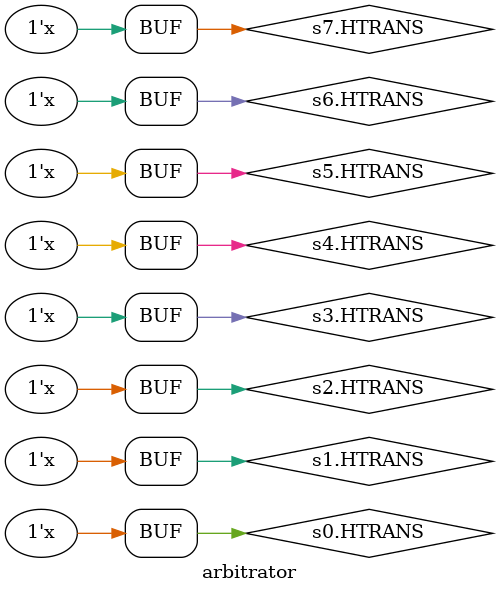
<source format=sv>
module arbitrator(AHBIF.AHBMa m0, AHBIF.AHBSa s0,
	   AHBIF.AHBMa m1, AHBIF.AHBSa s1,
	   AHBIF.AHBMa m2, AHBIF.AHBSa s2,
	   AHBIF.AHBMa m3, AHBIF.AHBSa s3,
	   AHBIF.AHBMa m4, AHBIF.AHBSa s4,
	   AHBIF.AHBMa m5, AHBIF.AHBSa s5,
	   AHBIF.AHBMa m6, AHBIF.AHBSa s6,
	   AHBIF.AHBMa m7, AHBIF.AHBSa s7,
	   AHBIF.AHBMa arbm, AHBIF.AHBSa arbs);
enum {ns0,ns1,ns2,ns3,ns4,ns5,ns6,ns7,ns8}state,nextstate;

/* 
   always @* begin
		
		case(arbm.mHADDR[31:16]) 
		16'hf000:	begin
					s0.HADDR = arbm.mHADDR[15:0];
					arbs.HADDR = s0.HADDR;
					arbm.mHRDATA = s0.HRDATA;
					arbs.HWDATA = arbm.mHWDATA;
				 	s0.HWDATA   = arbm.mHWDATA;
					s0.HWRITE   = arbm.mHWRITE;
					s0.HTRANS   = arbm.mHTRANS;
					//$display("s0.HRDATA:%b",s0.HRDATA);
					//$display("time=%t",$time);
					if(m0.mHBUSREQ) begin
						arbs.HSEL 	= 1'b1;
						m0.mHRDATA 	= arbs.HRDATA;
						arbs.HADDR 	= m0.mHADDR;
						arbs.HWRITE 	= m0.mHWRITE;
						arbs.HWDATA 	= m0.mHWDATA;
						arbs.HTRANS 	= m0.mHTRANS;
						arbm.mHRDATA 	= s0.HRDATA;
						s0.HADDR 	= arbm.mHADDR;
						s0.HWDATA 	= arbm.mHWDATA;
						s0.HWRITE 	= arbm.mHWRITE;

						m0.mHGRANT = 1;

					end
					else begin
						m0.mHGRANT = 0;
					end
				end
		16'hf001:	begin
					s1.HADDR = arbm.mHADDR[15:0];
					arbs.HADDR = s1.HADDR;
					arbm.mHRDATA = s1.HRDATA;
					arbs.HWDATA = arbm.mHWDATA;
				 	s1.HWDATA   = arbm.mHWDATA;
					s1.HWRITE   = arbm.mHWRITE;
					s1.HTRANS   = arbm.mHTRANS;

					if(m1.mHBUSREQ) begin
						arbs.HSEL 	= 1'b1;
						m1.mHRDATA 	= arbs.HRDATA;
						arbs.HADDR 	= m1.mHADDR;
						arbs.HWRITE 	= m1.mHWRITE;
						arbs.HWDATA 	= m1.mHWDATA;
						arbs.HTRANS 	= m1.mHTRANS;
						arbm.mHRDATA 	= s1.HRDATA;
						s1.HADDR 	= arbm.mHADDR;
						s1.HWDATA 	= arbm.mHWDATA;
						s1.HWRITE 	= arbm.mHWRITE;

						m1.mHGRANT = 1;

					end
					else begin
						m1.mHGRANT = 0;
					end
				end
		16'hf002:	begin
					s2.HADDR = arbm.mHADDR[15:0];
					arbs.HADDR = s2.HADDR;
					arbm.mHRDATA = s2.HRDATA;
					arbs.HWDATA = arbm.mHWDATA;
				 	s2.HWDATA   = arbm.mHWDATA;
					s2.HWRITE   = arbm.mHWRITE;
					s2.HTRANS   = arbm.mHTRANS;
					
					
					if(m2.mHBUSREQ) begin
						arbs.HSEL 	= 1'b1;
						m2.mHRDATA 	= arbs.HRDATA;
						arbs.HADDR 	= m2.mHADDR;
						arbs.HWRITE 	= m2.mHWRITE;
						arbs.HWDATA 	= m2.mHWDATA;
						arbs.HTRANS 	= m2.mHTRANS;
						arbm.mHRDATA 	= s2.HRDATA;
						s2.HADDR 	= arbm.mHADDR;
						s2.HWDATA 	= arbm.mHWDATA;
						s2.HWRITE 	= arbm.mHWRITE;

						m2.mHGRANT = 1;

					end
					else begin
						m2.mHGRANT = 0;
					end
				end
		16'hf003:	begin
					s3.HADDR = arbm.mHADDR[15:0];
					arbs.HADDR = s3.HADDR;
					arbm.mHRDATA = s3.HRDATA;
					arbs.HWDATA = arbm.mHWDATA;
				 	s3.HWDATA   = arbm.mHWDATA;
					s3.HWRITE   = arbm.mHWRITE;
					s3.HTRANS   = arbm.mHTRANS;

					if(m3.mHBUSREQ) begin
						arbs.HSEL 	= 1'b1;
						m3.mHRDATA 	= arbs.HRDATA;
						arbs.HADDR 	= m3.mHADDR;
						arbs.HWRITE 	= m3.mHWRITE;
						arbs.HWDATA 	= m3.mHWDATA;
						arbs.HTRANS 	= m3.mHTRANS;
						arbm.mHRDATA 	= s3.HRDATA;
						s3.HADDR 	= arbm.mHADDR;
						s3.HWDATA 	= arbm.mHWDATA;
						s3.HWRITE 	= arbm.mHWRITE;

						m3.mHGRANT = 1;

					end
					else begin
						m3.mHGRANT = 0;
					end

				end
		16'hf004:	begin
					s4.HADDR = arbm.mHADDR[15:0];
					arbs.HADDR = s4.HADDR;
					arbm.mHRDATA = s4.HRDATA;
					arbs.HWDATA = arbm.mHWDATA;
				 	s4.HWDATA   = arbm.mHWDATA;
					s4.HWRITE   = arbm.mHWRITE;
					s4.HTRANS   = arbm.mHTRANS;

					if(m4.mHBUSREQ) begin
						arbs.HSEL 	= 1'b1;
						m4.mHRDATA 	= arbs.HRDATA;
						arbs.HADDR 	= m4.mHADDR;
						arbs.HWRITE 	= m4.mHWRITE;
						arbs.HWDATA 	= m4.mHWDATA;
						arbs.HTRANS 	= m4.mHTRANS;
						arbm.mHRDATA 	= s4.HRDATA;
						s4.HADDR 	= arbm.mHADDR;
						s4.HWDATA 	= arbm.mHWDATA;
						s4.HWRITE 	= arbm.mHWRITE;

						m4.mHGRANT = 1;

					end
					else begin
						m4.mHGRANT = 0;
					end

				end
		16'hf005:	begin
					s5.HADDR = arbm.mHADDR[15:0];
					arbs.HADDR = s5.HADDR;
					arbm.mHRDATA = s5.HRDATA;
					arbs.HWDATA = arbm.mHWDATA;
				 	s5.HWDATA   = arbm.mHWDATA;
					s5.HWRITE   = arbm.mHWRITE;
					s5.HTRANS   = arbm.mHTRANS;

					if(m5.mHBUSREQ) begin
						arbs.HSEL 	= 1'b1;
						m5.mHRDATA 	= arbs.HRDATA;
						arbs.HADDR 	= m5.mHADDR;
						arbs.HWRITE 	= m5.mHWRITE;
						arbs.HWDATA 	= m5.mHWDATA;
						arbs.HTRANS 	= m5.mHTRANS;
						arbm.mHRDATA 	= s5.HRDATA;
						s5.HADDR 	= arbm.mHADDR;
						s5.HWDATA 	= arbm.mHWDATA;
						s5.HWRITE 	= arbm.mHWRITE;

						m5.mHGRANT = 1;

					end
					else begin
						m5.mHGRANT = 0;
					end

				end
		16'hf006:	begin
					s6.HADDR = arbm.mHADDR[15:0];
					arbs.HADDR = s6.HADDR;
					arbm.mHRDATA = s6.HRDATA;
					arbs.HWDATA = arbm.mHWDATA;
				 	s6.HWDATA   = arbm.mHWDATA;
					s6.HWRITE   = arbm.mHWRITE;
					s6.HTRANS   = arbm.mHTRANS;

					if(m6.mHBUSREQ) begin
						arbs.HSEL 	= 1'b1;
						m6.mHRDATA 	= arbs.HRDATA;
						arbs.HADDR 	= m6.mHADDR;
						arbs.HWRITE 	= m6.mHWRITE;
						arbs.HWDATA 	= m6.mHWDATA;
						arbs.HTRANS 	= m6.mHTRANS;
						arbm.mHRDATA 	= s6.HRDATA;
						s6.HADDR 	= arbm.mHADDR;
						s6.HWDATA 	= arbm.mHWDATA;
						s6.HWRITE 	= arbm.mHWRITE;

						m6.mHGRANT = 1;

					end
					else begin
						m6.mHGRANT = 0;
					end
				end
		16'hf007:	begin
					s7.HADDR = arbm.mHADDR[15:0];
					arbs.HADDR = s7.HADDR;
					arbm.mHRDATA = s7.HRDATA;
					arbs.HWDATA = arbm.mHWDATA;
				 	s7.HWDATA   = arbm.mHWDATA;
					s7.HWRITE   = arbm.mHWRITE;
					s7.HTRANS   = arbm.mHTRANS;

					if(m7.mHBUSREQ) begin
						arbs.HSEL 	= 1'b1;
						m7.mHRDATA 	= arbs.HRDATA;
						arbs.HADDR 	= m7.mHADDR;
						arbs.HWRITE 	= m7.mHWRITE;
						arbs.HWDATA 	= m7.mHWDATA;
						arbs.HTRANS 	= m7.mHTRANS;
						arbm.mHRDATA 	= s7.HRDATA;
						s7.HADDR 	= arbm.mHADDR;
						s7.HWDATA 	= arbm.mHWDATA;
						s7.HWRITE 	= arbm.mHWRITE;

						m7.mHGRANT = 1;

					end
					else begin
						m7.mHGRANT = 0;
					end

				end
		default:	begin
					s0.HADDR = 0;
					s1.HADDR = 0;
					s2.HADDR = 0;
					s3.HADDR = 0;
					s4.HADDR = 0;
					s5.HADDR = 0;
					s6.HADDR = 0;
					s7.HADDR = 0;
					arbs.HADDR = 0;
				end
				
		endcase 
		
	end
*/
/*
	else begin
					s0.HADDR = arbm.mHADDR[15:0];
					arbs.HADDR = s0.HADDR;
					arbm.mHRDATA = s0.HRDATA;
					arbs.HWDATA = arbm.mHWDATA;
				 	s0.HWDATA   = arbm.mHWDATA;
					s0.HWRITE   = arbm.mHWRITE;
					s0.HTRANS   = arbm.mHTRANS;

		end

 */
	
	always@(*) begin
		nextstate = state;
		case(state) 
			ns0 : begin
				if(m0.mHBUSREQ) begin
					m0.mHGRANT = 1;
					m1.mHGRANT = 0;
					m2.mHGRANT = 0;
					m3.mHGRANT = 0;
					m4.mHGRANT = 0;
					m5.mHGRANT = 0;
					m6.mHGRANT = 0;
					m7.mHGRANT = 0;
					nextstate = ns0;
				end
				else begin
					m0.mHGRANT = 0;
					m1.mHGRANT = 0;
					m2.mHGRANT = 0;
					m3.mHGRANT = 0;
					m4.mHGRANT = 0;
					m5.mHGRANT = 0;
					m6.mHGRANT = 0;
					m7.mHGRANT = 0;

					nextstate = ns1;
				end
			end
			ns1 : begin
				if(m1.mHBUSREQ) begin
					m0.mHGRANT = 0;
					m1.mHGRANT = 1;
					m2.mHGRANT = 0;
					m3.mHGRANT = 0;
					m4.mHGRANT = 0;
					m5.mHGRANT = 0;
					m6.mHGRANT = 0;
					m7.mHGRANT = 0;
					nextstate = ns1;
				end
				else begin
					m0.mHGRANT = 0;
					m1.mHGRANT = 0;
					m2.mHGRANT = 0;
					m3.mHGRANT = 0;
					m4.mHGRANT = 0;
					m5.mHGRANT = 0;
					m6.mHGRANT = 0;
					m7.mHGRANT = 0;
					nextstate = ns2;
				end
			end
			ns2 : begin
				if(m2.mHBUSREQ) begin
					m0.mHGRANT = 0;
					m1.mHGRANT = 0;
					m2.mHGRANT = 1;
					m3.mHGRANT = 0;
					m4.mHGRANT = 0;
					m5.mHGRANT = 0;
					m6.mHGRANT = 0;
					m7.mHGRANT = 0;
					nextstate = ns2;
				end
				else begin
					m0.mHGRANT = 0;
					m1.mHGRANT = 0;
					m2.mHGRANT = 0;
					m3.mHGRANT = 0;
					m4.mHGRANT = 0;
					m5.mHGRANT = 0;
					m6.mHGRANT = 0;
					m7.mHGRANT = 0;
					nextstate = ns3;
				end
			end
			ns3 : begin
				  if(m3.mHBUSREQ) begin
					m0.mHGRANT = 0;
					m1.mHGRANT = 0;
					m2.mHGRANT = 0;
					m3.mHGRANT = 1;
					m4.mHGRANT = 0;
					m5.mHGRANT = 0;
					m6.mHGRANT = 0;
					m7.mHGRANT = 0;
					nextstate = ns3;

				end
				else begin
					m0.mHGRANT = 0;
					m1.mHGRANT = 0;
					m2.mHGRANT = 0;
					m3.mHGRANT = 0;
					m4.mHGRANT = 0;
					m5.mHGRANT = 0;
					m6.mHGRANT = 0;
					m7.mHGRANT = 0;
					nextstate = ns4;
				end
			end
			ns4 : begin
				if(m4.mHBUSREQ) begin
					m0.mHGRANT = 0;
					m1.mHGRANT = 0;
					m2.mHGRANT = 0;
					m3.mHGRANT = 0;
					m4.mHGRANT = 1;
					m5.mHGRANT = 0;
					m6.mHGRANT = 0;
					m7.mHGRANT = 0;
					nextstate = ns4;
				end
				else begin
					m0.mHGRANT = 0;
					m1.mHGRANT = 0;
					m2.mHGRANT = 0;
					m3.mHGRANT = 0;
					m4.mHGRANT = 0;
					m5.mHGRANT = 0;
					m6.mHGRANT = 0;
					m7.mHGRANT = 0;
					nextstate = ns5;
				end
			end
			ns5 : begin
				if(m5.mHBUSREQ) begin
					m0.mHGRANT = 0;
					m1.mHGRANT = 0;
					m2.mHGRANT = 0;
					m3.mHGRANT = 0;
					m4.mHGRANT = 0;
					m5.mHGRANT = 1;
					m6.mHGRANT = 0;
					m7.mHGRANT = 0;
					nextstate = ns5;
				end
				else begin
					m0.mHGRANT = 0;
					m1.mHGRANT = 0;
					m2.mHGRANT = 0;
					m3.mHGRANT = 0;
					m4.mHGRANT = 0;
					m5.mHGRANT = 0;
					m6.mHGRANT = 0;
					m7.mHGRANT = 0;
					nextstate = ns6;
				end
			end
			ns6 : begin
				if(m6.mHBUSREQ) begin
					m0.mHGRANT = 0;
					m1.mHGRANT = 0;
					m2.mHGRANT = 0;
					m3.mHGRANT = 0;
					m4.mHGRANT = 0;
					m5.mHGRANT = 0;
					m6.mHGRANT = 1;
					m7.mHGRANT = 0;
					nextstate = ns6;
				end
				else begin
					m0.mHGRANT = 0;
					m1.mHGRANT = 0;
					m2.mHGRANT = 0;
					m3.mHGRANT = 0;
					m4.mHGRANT = 0;
					m5.mHGRANT = 0;
					m6.mHGRANT = 0;
					m7.mHGRANT = 0;
					nextstate = ns7;
				end
			end
			ns7 : begin
				if(m7.mHBUSREQ) begin
					m0.mHGRANT = 0;
					m1.mHGRANT = 0;
					m2.mHGRANT = 0;
					m3.mHGRANT = 0;
					m4.mHGRANT = 0;
					m5.mHGRANT = 0;
					m6.mHGRANT = 0;
					m7.mHGRANT = 1;
					nextstate = ns7;
				end
				else begin
					m0.mHGRANT = 0;
					m1.mHGRANT = 0;
					m2.mHGRANT = 0;
					m3.mHGRANT = 0;
					m4.mHGRANT = 0;
					m5.mHGRANT = 0;
					m6.mHGRANT = 0;
					m7.mHGRANT = 0;
					nextstate = ns0;
				end
			end
			default: begin
					m0.mHGRANT = 0;
					m1.mHGRANT = 0;
					m2.mHGRANT = 0;
					m3.mHGRANT = 0;
					m4.mHGRANT = 0;
					m5.mHGRANT = 0;
					m6.mHGRANT = 0;
					m7.mHGRANT = 0;
					nextstate = ns0;
				 end
	
		endcase
	end
	
	always @*
	begin
		if(m0.mHGRANT == 1) begin
						arbs.HSEL 	= 1'b1;
						m0.mHRDATA 	= arbs.HRDATA;
						arbs.HADDR 	= m0.mHADDR;
						arbs.HWRITE 	= m0.mHWRITE;
						arbs.HWDATA 	= m0.mHWDATA;
						arbs.HTRANS 	= m0.mHTRANS;
						arbm.mHRDATA 	= s0.HRDATA;
						s0.HADDR 	= arbm.mHADDR;
						s0.HWDATA 	= arbm.mHWDATA;
						s0.HWRITE 	= arbm.mHWRITE;	
		end 
		else if(m1.mHGRANT == 1) begin
						arbs.HSEL 	= 1'b1;
						m1.mHRDATA 	= arbs.HRDATA;
						arbs.HADDR 	= m1.mHADDR;
						arbs.HWRITE 	= m1.mHWRITE;
						arbs.HWDATA 	= m1.mHWDATA;
						arbs.HTRANS 	= m1.mHTRANS;
						arbm.mHRDATA 	= s1.HRDATA;
						s1.HADDR 	= arbm.mHADDR;
						s1.HWDATA 	= arbm.mHWDATA;
						s1.HWRITE 	= arbm.mHWRITE;
		end 
		else if(m2.mHGRANT == 1) begin
						arbs.HSEL 	= 1'b1;
						m2.mHRDATA 	= arbs.HRDATA;
						arbs.HADDR 	= m2.mHADDR;
						arbs.HWRITE 	= m2.mHWRITE;
						arbs.HWDATA 	= m2.mHWDATA;
						arbs.HTRANS 	= m2.mHTRANS;
						arbm.mHRDATA 	= s2.HRDATA;
						s2.HADDR 	= arbm.mHADDR;
						s2.HWDATA 	= arbm.mHWDATA;
						s2.HWRITE 	= arbm.mHWRITE;
		end else if(m3.mHGRANT == 1) begin
						arbs.HSEL 	= 1'b1;
						m3.mHRDATA 	= arbs.HRDATA;
						arbs.HADDR 	= m3.mHADDR;
						arbs.HWRITE 	= m3.mHWRITE;
						arbs.HWDATA 	= m3.mHWDATA;
						arbs.HTRANS 	= m3.mHTRANS;
						arbm.mHRDATA 	= s3.HRDATA;
						s3.HADDR 	= arbm.mHADDR;
						s3.HWDATA 	= arbm.mHWDATA;
						s3.HWRITE 	= arbm.mHWRITE;
		end else if(m4.mHGRANT == 1) begin
						arbs.HSEL 	= 1'b1;
						m4.mHRDATA 	= arbs.HRDATA;
						arbs.HADDR 	= m4.mHADDR;
						arbs.HWRITE 	= m4.mHWRITE;
						arbs.HWDATA 	= m4.mHWDATA;
						arbs.HTRANS 	= m4.mHTRANS;
						arbm.mHRDATA 	= s4.HRDATA;
						s4.HADDR 	= arbm.mHADDR;
						s4.HWDATA 	= arbm.mHWDATA;
						s4.HWRITE 	= arbm.mHWRITE;
		end else if(m5.mHGRANT == 1) begin
						arbs.HSEL 	= 1'b1;
						m5.mHRDATA 	= arbs.HRDATA;
						arbs.HADDR 	= m5.mHADDR;
						arbs.HWRITE 	= m5.mHWRITE;
						arbs.HWDATA 	= m5.mHWDATA;
						arbs.HTRANS 	= m5.mHTRANS;
						arbm.mHRDATA 	= s5.HRDATA;
						s5.HADDR 	= arbm.mHADDR;
						s5.HWDATA 	= arbm.mHWDATA;
						s5.HWRITE 	= arbm.mHWRITE;


		end else if(m6.mHGRANT == 1) begin
						arbs.HSEL 	= 1'b1;
						m6.mHRDATA 	= arbs.HRDATA;
						arbs.HADDR 	= m6.mHADDR;
						arbs.HWRITE 	= m6.mHWRITE;
						arbs.HWDATA 	= m6.mHWDATA;
						arbs.HTRANS 	= m6.mHTRANS;
						arbm.mHRDATA 	= s6.HRDATA;
						s6.HADDR 	= arbm.mHADDR;
						s6.HWDATA 	= arbm.mHWDATA;
						s6.HWRITE 	= arbm.mHWRITE;
		end else if(m7.mHGRANT == 1) begin
						arbs.HSEL 	= 1'b1;
						m7.mHRDATA 	= arbs.HRDATA;
						arbs.HADDR 	= m7.mHADDR;
						arbs.HWRITE 	= m7.mHWRITE;
						arbs.HWDATA 	= m7.mHWDATA;
						arbs.HTRANS 	= m7.mHTRANS;
						arbm.mHRDATA 	= s7.HRDATA;
						s7.HADDR 	= arbm.mHADDR;
						s7.HWDATA 	= arbm.mHWDATA;
						s7.HWRITE 	= arbm.mHWRITE;
		end else begin
		case(arbm.mHADDR[31:16]) 
		16'hf000:	begin
					s0.HADDR = arbm.mHADDR[15:0];
					//arbs.HADDR = s0.HADDR;
					arbm.mHRDATA = s0.HRDATA;
					arbs.HWDATA = arbm.mHWDATA;
				 	s0.HWDATA   = arbm.mHWDATA;
					s0.HWRITE   = arbm.mHWRITE;
					s0.HTRANS   = arbm.mHTRANS;
					//$display("s0.HRDATA:%b",s0.HRDATA);
					//$display("time=%t",$time);
					
				end
		16'hf001:	begin
					s1.HADDR = arbm.mHADDR[15:0];
					//arbs.HADDR = s1.HADDR;
					arbm.mHRDATA = s1.HRDATA;
					arbs.HWDATA = arbm.mHWDATA;
				 	s1.HWDATA   = arbm.mHWDATA;
					s1.HWRITE   = arbm.mHWRITE;
					s1.HTRANS   = arbm.mHTRANS;

					
				end
		16'hf002:	begin
					s2.HADDR = arbm.mHADDR[15:0];
					//arbs.HADDR = s2.HADDR;
					arbm.mHRDATA = s2.HRDATA;
					arbs.HWDATA = arbm.mHWDATA;
				 	s2.HWDATA   = arbm.mHWDATA;
					s2.HWRITE   = arbm.mHWRITE;
					s2.HTRANS   = arbm.mHTRANS;
					
					
					
				end
		16'hf003:	begin
					s3.HADDR = arbm.mHADDR[15:0];
					//arbs.HADDR = s3.HADDR;
					arbm.mHRDATA = s3.HRDATA;
					arbs.HWDATA = arbm.mHWDATA;
					arbs.HSEL 	= 1'b1;
				 	s3.HWDATA   = arbm.mHWDATA;
					s3.HWRITE   = arbm.mHWRITE;
					s3.HTRANS   = arbm.mHTRANS;

					

				end
		16'hf004:	begin
					s4.HADDR = arbm.mHADDR[15:0];
					//arbs.HADDR = s4.HADDR;
					arbm.mHRDATA = s4.HRDATA;
					arbs.HWDATA = arbm.mHWDATA;
				 	s4.HWDATA   = arbm.mHWDATA;
					s4.HWRITE   = arbm.mHWRITE;
					s4.HTRANS   = arbm.mHTRANS;

					

				end
		16'hf005:	begin
					s5.HADDR = arbm.mHADDR[15:0];
					//arbs.HADDR = s5.HADDR;
					arbm.mHRDATA = s5.HRDATA;
					arbs.HWDATA = arbm.mHWDATA;
				 	s5.HWDATA   = arbm.mHWDATA;
					s5.HWRITE   = arbm.mHWRITE;
					s5.HTRANS   = arbm.mHTRANS;

					

				end
		16'hf006:	begin
					s6.HADDR = arbm.mHADDR[15:0];
					//arbs.HADDR = s6.HADDR;
					arbm.mHRDATA = s6.HRDATA;
					arbs.HWDATA = arbm.mHWDATA;
				 	s6.HWDATA   = arbm.mHWDATA;
					s6.HWRITE   = arbm.mHWRITE;
					s6.HTRANS   = arbm.mHTRANS;

					
				end
		16'hf007:	begin
					s7.HADDR = arbm.mHADDR[15:0];
					//arbs.HADDR = s7.HADDR;
					arbm.mHRDATA = s7.HRDATA;
					arbs.HWDATA = arbm.mHWDATA;
				 	s7.HWDATA   = arbm.mHWDATA;
					s7.HWRITE   = arbm.mHWRITE;
					s7.HTRANS   = arbm.mHTRANS;

					
				end
		default:	begin
					s0.HADDR = 0;
					s1.HADDR = 0;
					s2.HADDR = 0;
					s3.HADDR = 0;
					s4.HADDR = 0;
					s5.HADDR = 0;
					s6.HADDR = 0;
					s7.HADDR = 0;
					arbs.HADDR = 0;
				end
				
		endcase 
		end	

	end

	always @(posedge arbm.HCLK) 
	begin
		if(arbm.HRESET) 
			begin
				state <= #1 ns0;
			end
		else
			begin
				state <= #1 nextstate;

			end		
	
	end


endmodule

</source>
